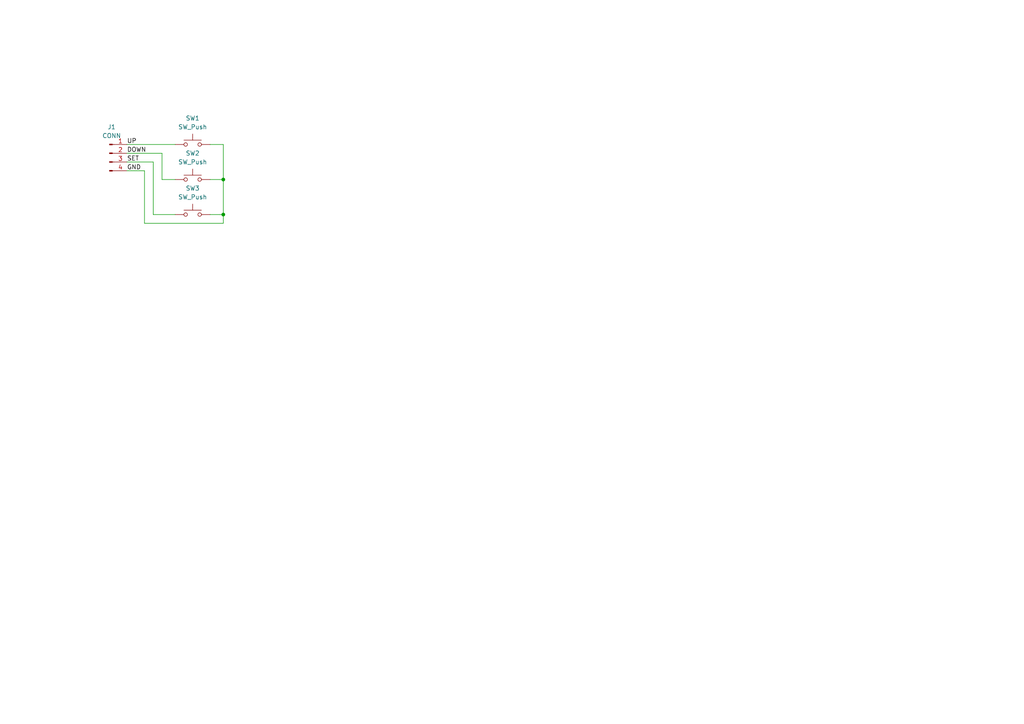
<source format=kicad_sch>
(kicad_sch (version 20211123) (generator eeschema)
  (paper "A4")
  (lib_symbols
    (symbol "Connector:Conn_01x04_Male" (pin_names (offset 1.016) hide)
      (property "Reference" "J" (at 0 5.08 0))
      (property "Value" "Conn_01x04_Male" (at 0 -7.62 0))
      (symbol "Conn_01x04_Male_1_1"
        (polyline (pts (xy 1.27 -5.08) (xy 0.8636 -5.08)) (stroke (width 0.1524)))
        (polyline (pts (xy 1.27 -2.54) (xy 0.8636 -2.54)) (stroke (width 0.1524)))
        (polyline (pts (xy 1.27 0) (xy 0.8636 0)) (stroke (width 0.1524)))
        (polyline (pts (xy 1.27 2.54) (xy 0.8636 2.54)) (stroke (width 0.1524)))
        (rectangle (start 0.8636 -4.953) (end 0 -5.207) (stroke (width 0.1524)) (fill (type outline)))
        (rectangle (start 0.8636 -2.413) (end 0 -2.667) (stroke (width 0.1524)) (fill (type outline)))
        (rectangle (start 0.8636 0.127) (end 0 -0.127) (stroke (width 0.1524)) (fill (type outline)))
        (rectangle (start 0.8636 2.667) (end 0 2.413) (stroke (width 0.1524)) (fill (type outline)))
        (pin passive line (at 5.08 2.54 180) (length 3.81) (name "Pin_1") (number "1"))
        (pin passive line (at 5.08 0 180) (length 3.81) (name "Pin_2") (number "2"))
        (pin passive line (at 5.08 -2.54 180) (length 3.81) (name "Pin_3") (number "3"))
        (pin passive line (at 5.08 -5.08 180) (length 3.81) (name "Pin_4") (number "4"))
      )
    )
    (symbol "Switch:SW_Push" (pin_numbers hide) (pin_names (offset 1.016) hide)
      (property "Reference" "SW" (at 1.27 2.54 0))
      (property "Value" "SW_Push" (at 0 -1.524 0))
      (symbol "SW_Push_0_1"
        (circle (center -2.032 0) (radius 0.508))
        (polyline (pts (xy 0 1.27) (xy 0 3.048)))
        (polyline (pts (xy 2.54 1.27) (xy -2.54 1.27)))
        (circle (center 2.032 0) (radius 0.508))
        (pin passive line (at -5.08 0 0) (length 2.54) (name "1") (number "1"))
        (pin passive line (at 5.08 0 180) (length 2.54) (name "2") (number "2"))
      )
    )
  )
  (junction (at 64.77 62.23))
  (junction (at 64.77 52.07))
  (wire (pts (xy 46.99 44.45) (xy 46.99 52.07)))
  (wire (pts (xy 44.45 46.99) (xy 44.45 62.23)))
  (wire (pts (xy 60.96 41.91) (xy 64.77 41.91)))
  (wire (pts (xy 41.91 49.53) (xy 36.83 49.53)))
  (wire (pts (xy 36.83 41.91) (xy 50.8 41.91)))
  (wire (pts (xy 41.91 64.77) (xy 41.91 49.53)))
  (wire (pts (xy 64.77 52.07) (xy 64.77 62.23)))
  (wire (pts (xy 64.77 62.23) (xy 64.77 64.77)))
  (wire (pts (xy 46.99 52.07) (xy 50.8 52.07)))
  (wire (pts (xy 64.77 41.91) (xy 64.77 52.07)))
  (wire (pts (xy 36.83 44.45) (xy 46.99 44.45)))
  (wire (pts (xy 64.77 64.77) (xy 41.91 64.77)))
  (wire (pts (xy 44.45 62.23) (xy 50.8 62.23)))
  (wire (pts (xy 36.83 46.99) (xy 44.45 46.99)))
  (wire (pts (xy 60.96 52.07) (xy 64.77 52.07)))
  (wire (pts (xy 60.96 62.23) (xy 64.77 62.23)))
  (label "GND" (at 36.83 49.53 0))
  (label "DOWN" (at 36.83 44.45 0))
  (label "UP" (at 36.83 41.91 0))
  (label "SET" (at 36.83 46.99 0))
  (symbol (lib_id "Switch:SW_Push") (at 55.88 52.07 0) (unit 1)
    (property "Reference" "SW2" (at 55.88 44.45 0))
    (property "Value" "SW_Push" (at 55.88 46.99 0))
    (property "Footprint" "Button_Switch_THT:SW_PUSH_6mm" (effects hide))
  )
  (symbol (lib_id "Connector:Conn_01x04_Male") (at 31.75 44.45 0) (unit 1)
    (property "Reference" "J1" (at 32.385 36.83 0))
    (property "Value" "CONN" (at 32.385 39.37 0))
    (property "Footprint" "Connector_PinHeader_2.54mm:PinHeader_1x04_P2.54mm_Horizontal" (effects hide))
  )
  (symbol (lib_id "Switch:SW_Push") (at 55.88 62.23 0) (unit 1)
    (property "Reference" "SW3" (at 55.88 54.61 0))
    (property "Value" "SW_Push" (at 55.88 57.15 0))
    (property "Footprint" "Button_Switch_THT:SW_PUSH_6mm" (effects hide))
  )
  (symbol (lib_id "Switch:SW_Push") (at 55.88 41.91 0) (unit 1)
    (property "Reference" "SW1" (at 55.88 34.29 0))
    (property "Value" "SW_Push" (at 55.88 36.83 0))
    (property "Footprint" "Button_Switch_THT:SW_PUSH_6mm" (effects hide))
  )
)
</source>
